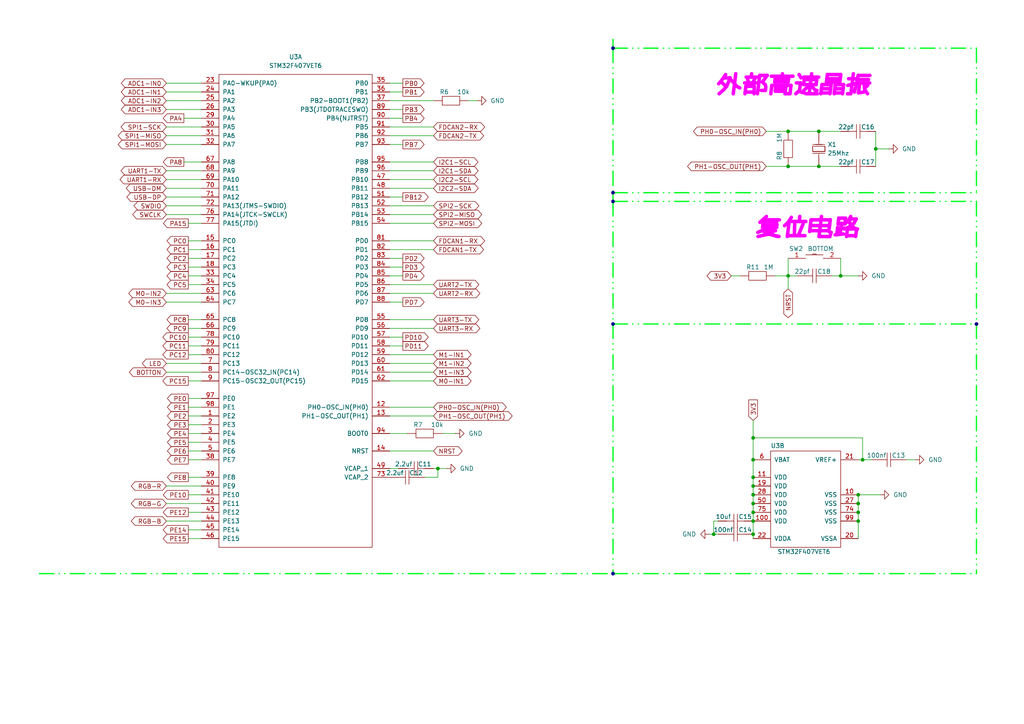
<source format=kicad_sch>
(kicad_sch (version 20231120) (generator "eeschema") (generator_version "8.0")
  (paper "A4")
  (title_block (title "STM32F407VET6") (date "2025-01-24") (rev "Dennis_Re_Yoonjiho"))
  (lib_symbols
    (symbol "Ts_Foc_Vo符号库:BOTTOM" (pin_names (offset 1.016) hide)
      (property "Reference" "SW" (at -7.112 3.048 0))
      (property "Value" "BOTTOM" (at 2.794 3.048 0))
      (symbol "BOTTOM_1_1"
        (polyline (pts (xy -2.54 1.016) (xy 2.54 1.016)) (stroke (width 0.1524)))
        (polyline (pts (xy -0.508 1.016) (xy -0.508 1.27) (xy 0.508 1.27) (xy 0.508 1.016)) (stroke (width 0.1524)))
        (pin input line (at -7.62 0 0) (length 5.08) (name "1") (number "1"))
        (pin input line (at 7.62 0 180) (length 5.08) (name "2") (number "2"))
      )
    )
    (symbol "Ts_Foc_Vo符号库:CAP" (pin_numbers hide) (pin_names (offset 1.016) hide)
      (property "Reference" "C" (at -2.286 1.524 0))
      (property "Value" "Value" (at 3.81 1.524 0))
      (symbol "CAP_1_1"
        (polyline (pts (xy -0.508 -2.032) (xy -0.508 2.032)) (stroke (width 0.1524)))
        (polyline (pts (xy -0.508 0) (xy -2.54 0)) (stroke (width 0.1524)))
        (polyline (pts (xy 0.508 2.032) (xy 0.508 -2.032)) (stroke (width 0.1524)))
        (polyline (pts (xy 2.54 0) (xy 0.508 0)) (stroke (width 0.1524)))
        (pin input line (at -5.08 0 0) (length 2.54) (name "1") (number "1"))
        (pin input line (at 5.08 0 180) (length 2.54) (name "2") (number "2"))
      )
    )
    (symbol "Ts_Foc_Vo符号库:RES" (pin_numbers hide) (pin_names (offset 1.016) hide)
      (property "Reference" "R" (at -2.286 2.032 0))
      (property "Value" "Value" (at 2.286 2.032 0))
      (symbol "RES_1_1"
        (rectangle (start -2.54 1.27) (end 2.54 -1.27) (stroke (width 0.1524)))
        (pin input line (at -5.08 0 0) (length 2.54) (name "1") (number "1"))
        (pin input line (at 5.08 0 180) (length 2.54) (name "2") (number "2"))
      )
    )
    (symbol "Ts_Foc_Vo符号库:STM32F407VET6" (pin_names (offset 1.016))
      (property "Reference" "U" (at -16.764 69.85 0))
      (property "Value" "STM32F407VET6" (at 3.556 70.104 0))
      (symbol "STM32F407VET6_1_1"
        (rectangle (start -17.78 68.58) (end 26.67 -68.58) (stroke (width 0.1524)))
        (pin bidirectional line (at -22.86 -30.48 0) (length 5.08) (name "PE2") (number "1"))
        (pin bidirectional line (at 31.75 -27.94 180) (length 5.08) (name "PH0-OSC_IN(PH0)") (number "12"))
        (pin bidirectional line (at 31.75 -30.48 180) (length 5.08) (name "PH1-OSC_OUT(PH1)") (number "13"))
        (pin bidirectional line (at 31.75 -40.64 180) (length 5.08) (name "NRST") (number "14"))
        (pin bidirectional line (at -22.86 20.32 0) (length 5.08) (name "PC0") (number "15"))
        (pin bidirectional line (at -22.86 17.78 0) (length 5.08) (name "PC1") (number "16"))
        (pin bidirectional line (at -22.86 15.24 0) (length 5.08) (name "PC2") (number "17"))
        (pin bidirectional line (at -22.86 12.7 0) (length 5.08) (name "PC3") (number "18"))
        (pin bidirectional line (at -22.86 -33.02 0) (length 5.08) (name "PE3") (number "2"))
        (pin bidirectional line (at -22.86 66.04 0) (length 5.08) (name "PA0-WKUP(PA0)") (number "23"))
        (pin bidirectional line (at -22.86 63.5 0) (length 5.08) (name "PA1") (number "24"))
        (pin bidirectional line (at -22.86 60.96 0) (length 5.08) (name "PA2") (number "25"))
        (pin bidirectional line (at -22.86 58.42 0) (length 5.08) (name "PA3") (number "26"))
        (pin bidirectional line (at -22.86 55.88 0) (length 5.08) (name "PA4") (number "29"))
        (pin bidirectional line (at -22.86 -35.56 0) (length 5.08) (name "PE4") (number "3"))
        (pin bidirectional line (at -22.86 53.34 0) (length 5.08) (name "PA5") (number "30"))
        (pin bidirectional line (at -22.86 50.8 0) (length 5.08) (name "PA6") (number "31"))
        (pin bidirectional line (at -22.86 48.26 0) (length 5.08) (name "PA7") (number "32"))
        (pin bidirectional line (at -22.86 10.16 0) (length 5.08) (name "PC4") (number "33"))
        (pin bidirectional line (at -22.86 7.62 0) (length 5.08) (name "PC5") (number "34"))
        (pin bidirectional line (at 31.75 66.04 180) (length 5.08) (name "PB0") (number "35"))
        (pin bidirectional line (at 31.75 63.5 180) (length 5.08) (name "PB1") (number "36"))
        (pin bidirectional line (at 31.75 60.96 180) (length 5.08) (name "PB2-BOOT1(PB2)") (number "37"))
        (pin bidirectional line (at -22.86 -43.18 0) (length 5.08) (name "PE7") (number "38"))
        (pin bidirectional line (at -22.86 -48.26 0) (length 5.08) (name "PE8") (number "39"))
        (pin bidirectional line (at -22.86 -38.1 0) (length 5.08) (name "PE5") (number "4"))
        (pin bidirectional line (at -22.86 -50.8 0) (length 5.08) (name "PE9") (number "40"))
        (pin bidirectional line (at -22.86 -53.34 0) (length 5.08) (name "PE10") (number "41"))
        (pin bidirectional line (at -22.86 -55.88 0) (length 5.08) (name "PE11") (number "42"))
        (pin bidirectional line (at -22.86 -58.42 0) (length 5.08) (name "PE12") (number "43"))
        (pin bidirectional line (at -22.86 -60.96 0) (length 5.08) (name "PE13") (number "44"))
        (pin bidirectional line (at -22.86 -63.5 0) (length 5.08) (name "PE14") (number "45"))
        (pin bidirectional line (at -22.86 -66.04 0) (length 5.08) (name "PE15") (number "46"))
        (pin bidirectional line (at 31.75 38.1 180) (length 5.08) (name "PB10") (number "47"))
        (pin bidirectional line (at 31.75 35.56 180) (length 5.08) (name "PB11") (number "48"))
        (pin power_in line (at 31.75 -45.72 180) (length 5.08) (name "VCAP_1") (number "49"))
        (pin bidirectional line (at -22.86 -40.64 0) (length 5.08) (name "PE6") (number "5"))
        (pin bidirectional line (at 31.75 33.02 180) (length 5.08) (name "PB12") (number "51"))
        (pin bidirectional line (at 31.75 30.48 180) (length 5.08) (name "PB13") (number "52"))
        (pin bidirectional line (at 31.75 27.94 180) (length 5.08) (name "PB14") (number "53"))
        (pin bidirectional line (at 31.75 25.4 180) (length 5.08) (name "PB15") (number "54"))
        (pin bidirectional line (at 31.75 -2.54 180) (length 5.08) (name "PD8") (number "55"))
        (pin bidirectional line (at 31.75 -5.08 180) (length 5.08) (name "PD9") (number "56"))
        (pin bidirectional line (at 31.75 -7.62 180) (length 5.08) (name "PD10") (number "57"))
        (pin bidirectional line (at 31.75 -10.16 180) (length 5.08) (name "PD11") (number "58"))
        (pin bidirectional line (at 31.75 -12.7 180) (length 5.08) (name "PD12") (number "59"))
        (pin bidirectional line (at 31.75 -15.24 180) (length 5.08) (name "PD13") (number "60"))
        (pin bidirectional line (at 31.75 -17.78 180) (length 5.08) (name "PD14") (number "61"))
        (pin bidirectional line (at 31.75 -20.32 180) (length 5.08) (name "PD15") (number "62"))
        (pin bidirectional line (at -22.86 5.08 0) (length 5.08) (name "PC6") (number "63"))
        (pin bidirectional line (at -22.86 2.54 0) (length 5.08) (name "PC7") (number "64"))
        (pin bidirectional line (at -22.86 -2.54 0) (length 5.08) (name "PC8") (number "65"))
        (pin bidirectional line (at -22.86 -5.08 0) (length 5.08) (name "PC9") (number "66"))
        (pin bidirectional line (at -22.86 43.18 0) (length 5.08) (name "PA8") (number "67"))
        (pin bidirectional line (at -22.86 40.64 0) (length 5.08) (name "PA9") (number "68"))
        (pin bidirectional line (at -22.86 38.1 0) (length 5.08) (name "PA10") (number "69"))
        (pin bidirectional line (at -22.86 -15.24 0) (length 5.08) (name "PC13") (number "7"))
        (pin bidirectional line (at -22.86 35.56 0) (length 5.08) (name "PA11") (number "70"))
        (pin bidirectional line (at -22.86 33.02 0) (length 5.08) (name "PA12") (number "71"))
        (pin bidirectional line (at -22.86 30.48 0) (length 5.08) (name "PA13(JTMS-SWDIO)") (number "72"))
        (pin power_in line (at 31.75 -48.26 180) (length 5.08) (name "VCAP_2") (number "73"))
        (pin bidirectional line (at -22.86 27.94 0) (length 5.08) (name "PA14(JTCK-SWCLK)") (number "76"))
        (pin bidirectional line (at -22.86 25.4 0) (length 5.08) (name "PA15(JTDI)") (number "77"))
        (pin bidirectional line (at -22.86 -7.62 0) (length 5.08) (name "PC10") (number "78"))
        (pin bidirectional line (at -22.86 -10.16 0) (length 5.08) (name "PC11") (number "79"))
        (pin bidirectional line (at -22.86 -17.78 0) (length 5.08) (name "PC14-OSC32_IN(PC14)") (number "8"))
        (pin bidirectional line (at -22.86 -12.7 0) (length 5.08) (name "PC12") (number "80"))
        (pin bidirectional line (at 31.75 20.32 180) (length 5.08) (name "PD0") (number "81"))
        (pin bidirectional line (at 31.75 17.78 180) (length 5.08) (name "PD1") (number "82"))
        (pin bidirectional line (at 31.75 15.24 180) (length 5.08) (name "PD2") (number "83"))
        (pin bidirectional line (at 31.75 12.7 180) (length 5.08) (name "PD3") (number "84"))
        (pin bidirectional line (at 31.75 10.16 180) (length 5.08) (name "PD4") (number "85"))
        (pin bidirectional line (at 31.75 7.62 180) (length 5.08) (name "PD5") (number "86"))
        (pin bidirectional line (at 31.75 5.08 180) (length 5.08) (name "PD6") (number "87"))
        (pin bidirectional line (at 31.75 2.54 180) (length 5.08) (name "PD7") (number "88"))
        (pin bidirectional line (at 31.75 58.42 180) (length 5.08) (name "PB3(JTDOTRACESWO)") (number "89"))
        (pin bidirectional line (at -22.86 -20.32 0) (length 5.08) (name "PC15-OSC32_OUT(PC15)") (number "9"))
        (pin bidirectional line (at 31.75 55.88 180) (length 5.08) (name "PB4(NJTRST)") (number "90"))
        (pin bidirectional line (at 31.75 53.34 180) (length 5.08) (name "PB5") (number "91"))
        (pin bidirectional line (at 31.75 50.8 180) (length 5.08) (name "PB6") (number "92"))
        (pin bidirectional line (at 31.75 48.26 180) (length 5.08) (name "PB7") (number "93"))
        (pin input line (at 31.75 -35.56 180) (length 5.08) (name "BOOT0") (number "94"))
        (pin bidirectional line (at 31.75 43.18 180) (length 5.08) (name "PB8") (number "95"))
        (pin bidirectional line (at 31.75 40.64 180) (length 5.08) (name "PB9") (number "96"))
        (pin bidirectional line (at -22.86 -25.4 0) (length 5.08) (name "PE0") (number "97"))
        (pin bidirectional line (at -22.86 -27.94 0) (length 5.08) (name "PE1") (number "98"))
      )
      (symbol "STM32F407VET6_2_1"
        (rectangle (start -10.16 13.97) (end 10.16 -13.97) (stroke (width 0.1524)))
        (pin power_in line (at 15.24 1.27 180) (length 5.08) (name "VSS") (number "10"))
        (pin power_in line (at -15.24 -6.35 0) (length 5.08) (name "VDD") (number "100"))
        (pin power_in line (at -15.24 6.35 0) (length 5.08) (name "VDD") (number "11"))
        (pin power_in line (at -15.24 3.81 0) (length 5.08) (name "VDD") (number "19"))
        (pin power_in line (at 15.24 -11.43 180) (length 5.08) (name "VSSA") (number "20"))
        (pin power_in line (at 15.24 11.43 180) (length 5.08) (name "VREF+") (number "21"))
        (pin power_in line (at -15.24 -11.43 0) (length 5.08) (name "VDDA") (number "22"))
        (pin power_in line (at 15.24 -1.27 180) (length 5.08) (name "VSS") (number "27"))
        (pin power_in line (at -15.24 1.27 0) (length 5.08) (name "VDD") (number "28"))
        (pin power_in line (at -15.24 -1.27 0) (length 5.08) (name "VDD") (number "50"))
        (pin power_in line (at -15.24 11.43 0) (length 5.08) (name "VBAT") (number "6"))
        (pin power_in line (at 15.24 -3.81 180) (length 5.08) (name "VSS") (number "74"))
        (pin power_in line (at -15.24 -3.81 0) (length 5.08) (name "VDD") (number "75"))
        (pin power_in line (at 15.24 -6.35 180) (length 5.08) (name "VSS") (number "99"))
      )
    )
    (symbol "Ts_Foc_Vo符号库:XTAL" (pin_numbers hide) (pin_names (offset 1.016) hide)
      (property "Reference" "X" (at -3.048 2.032 0))
      (property "Value" "XTAL" (at 4.318 1.778 0))
      (symbol "XTAL_1_1"
        (polyline (pts (xy -2.54 0) (xy -1.524 0)) (stroke (width 0.1524)))
        (polyline (pts (xy -1.27 -1.778) (xy -1.27 1.778)) (stroke (width 0.1524)))
        (polyline (pts (xy -1.27 -1.016) (xy -1.27 1.016)) (stroke (width 0.1524)))
        (polyline (pts (xy 0.762 -1.778) (xy -0.762 -1.778)) (stroke (width 0.1524)))
        (polyline (pts (xy 1.27 -1.778) (xy 1.27 1.778)) (stroke (width 0.1524)))
        (polyline (pts (xy 1.27 -1.016) (xy 1.27 1.016)) (stroke (width 0.1524)))
        (polyline (pts (xy 2.54 0) (xy 1.524 0)) (stroke (width 0.1524)))
        (polyline (pts (xy -0.762 -1.778) (xy -0.762 1.778) (xy 0.762 1.778) (xy 0.762 -1.778)) (stroke (width 0.1524)))
        (polyline (pts (xy 0.762 1.778) (xy 0.762 -1.778) (xy -0.762 -1.778) (xy -0.762 1.778) (xy 0.762 1.778)) (stroke (width 0.1524)))
        (pin input line (at -5.08 0 0) (length 2.54) (name "OSC1") (number "1"))
        (pin input line (at 5.08 0 180) (length 2.54) (name "OSC2") (number "2"))
      )
    )
    (symbol "power:GND" (power) (pin_numbers hide) (pin_names (offset 0) hide)
      (property "Value" "GND" (at 0 -3.81 0))
      (symbol "GND_0_1"
        (polyline (pts (xy 0 0) (xy 0 -1.27) (xy 1.27 -1.27) (xy 0 -2.54) (xy -1.27 -1.27) (xy 0 -1.27)))
      )
      (symbol "GND_1_1"
        (pin power_in line (at 0 0 270) (length 0) (name "~") (number "1"))
      )
    )
  )
  (junction (at 248.92 143.51))
  (junction (at 243.84 80.01))
  (junction (at 177.8 93.98))
  (junction (at 248.92 151.13))
  (junction (at 218.44 127))
  (junction (at 218.44 138.43))
  (junction (at 218.44 151.13))
  (junction (at 177.8 58.42))
  (junction (at 218.44 146.05))
  (junction (at 228.6 48.26))
  (junction (at 177.8 166.37))
  (junction (at 127 135.89))
  (junction (at 248.92 146.05))
  (junction (at 228.6 38.1))
  (junction (at 228.6 80.01))
  (junction (at 237.49 38.1))
  (junction (at 248.92 148.59))
  (junction (at 177.8 13.97))
  (junction (at 254 43.18))
  (junction (at 218.44 143.51))
  (junction (at 207.01 154.94))
  (junction (at 218.44 140.97))
  (junction (at 237.49 48.26))
  (junction (at 177.8 55.88))
  (junction (at 218.44 133.35))
  (junction (at 218.44 154.94))
  (junction (at 250.19 133.35))
  (junction (at 218.44 148.59))
  (junction (at 283.21 93.98))
  (wire (pts (xy 48.26 31.75) (xy 58.42 31.75)))
  (wire (pts (xy 54.61 153.67) (xy 58.42 153.67)))
  (wire (pts (xy 54.61 115.57) (xy 58.42 115.57)))
  (wire (pts (xy 218.44 121.92) (xy 218.44 127)))
  (bus (pts (xy 177.8 13.97) (xy 177.8 55.88)) (stroke (width 0.381) (type dash_dot_dot) (color 0 255 30 1)))
  (wire (pts (xy 218.44 154.94) (xy 218.44 156.21)))
  (wire (pts (xy 48.26 59.69) (xy 58.42 59.69)))
  (wire (pts (xy 212.09 80.01) (xy 214.63 80.01)))
  (wire (pts (xy 205.74 154.94) (xy 207.01 154.94)))
  (wire (pts (xy 125.73 36.83) (xy 113.03 36.83)))
  (wire (pts (xy 113.03 120.65) (xy 125.73 120.65)))
  (wire (pts (xy 237.49 48.26) (xy 243.84 48.26)))
  (wire (pts (xy 54.61 143.51) (xy 58.42 143.51)))
  (wire (pts (xy 250.19 127) (xy 218.44 127)))
  (wire (pts (xy 116.84 31.75) (xy 113.03 31.75)))
  (wire (pts (xy 54.61 156.21) (xy 58.42 156.21)))
  (wire (pts (xy 53.34 34.29) (xy 58.42 34.29)))
  (wire (pts (xy 113.03 59.69) (xy 125.73 59.69)))
  (wire (pts (xy 54.61 125.73) (xy 58.42 125.73)))
  (wire (pts (xy 113.03 29.21) (xy 125.73 29.21)))
  (wire (pts (xy 125.73 39.37) (xy 113.03 39.37)))
  (wire (pts (xy 54.61 82.55) (xy 58.42 82.55)))
  (wire (pts (xy 54.61 77.47) (xy 58.42 77.47)))
  (wire (pts (xy 228.6 83.82) (xy 228.6 80.01)))
  (wire (pts (xy 113.03 102.87) (xy 125.73 102.87)))
  (wire (pts (xy 127 135.89) (xy 125.73 135.89)))
  (bus (pts (xy 177.8 58.42) (xy 177.8 93.98)) (stroke (width 0.381) (type dash_dot_dot) (color 0 255 30 1)))
  (bus (pts (xy 177.8 55.88) (xy 177.8 58.42)) (stroke (width 0.381) (type dash_dot_dot) (color 0 255 30 1)))
  (wire (pts (xy 48.26 54.61) (xy 58.42 54.61)))
  (wire (pts (xy 113.03 72.39) (xy 125.73 72.39)))
  (wire (pts (xy 113.03 107.95) (xy 125.73 107.95)))
  (wire (pts (xy 237.49 38.1) (xy 243.84 38.1)))
  (wire (pts (xy 116.84 87.63) (xy 113.03 87.63)))
  (wire (pts (xy 113.03 105.41) (xy 125.73 105.41)))
  (wire (pts (xy 48.26 87.63) (xy 58.42 87.63)))
  (wire (pts (xy 115.57 135.89) (xy 113.03 135.89)))
  (wire (pts (xy 113.03 62.23) (xy 125.73 62.23)))
  (wire (pts (xy 48.26 49.53) (xy 58.42 49.53)))
  (wire (pts (xy 54.61 72.39) (xy 58.42 72.39)))
  (wire (pts (xy 54.61 120.65) (xy 58.42 120.65)))
  (wire (pts (xy 228.6 38.1) (xy 237.49 38.1)))
  (bus (pts (xy 283.21 93.98) (xy 283.21 166.37)) (stroke (width 0.381) (type dash_dot_dot) (color 0 255 30 1)))
  (wire (pts (xy 222.25 38.1) (xy 228.6 38.1)))
  (wire (pts (xy 218.44 143.51) (xy 218.44 146.05)))
  (wire (pts (xy 113.03 69.85) (xy 125.73 69.85)))
  (wire (pts (xy 116.84 24.13) (xy 113.03 24.13)))
  (wire (pts (xy 125.73 46.99) (xy 113.03 46.99)))
  (bus (pts (xy 177.8 166.37) (xy 283.21 166.37)) (stroke (width 0.381) (type dash_dot_dot) (color 0 255 30 1)))
  (wire (pts (xy 129.54 135.89) (xy 127 135.89)))
  (wire (pts (xy 48.26 146.05) (xy 58.42 146.05)))
  (wire (pts (xy 116.84 77.47) (xy 113.03 77.47)))
  (wire (pts (xy 207.01 151.13) (xy 207.01 154.94)))
  (wire (pts (xy 48.26 105.41) (xy 58.42 105.41)))
  (wire (pts (xy 54.61 74.93) (xy 58.42 74.93)))
  (wire (pts (xy 224.79 80.01) (xy 228.6 80.01)))
  (wire (pts (xy 54.61 95.25) (xy 58.42 95.25)))
  (wire (pts (xy 54.61 80.01) (xy 58.42 80.01)))
  (wire (pts (xy 207.01 154.94) (xy 208.28 154.94)))
  (wire (pts (xy 54.61 102.87) (xy 58.42 102.87)))
  (wire (pts (xy 254 43.18) (xy 254 48.26)))
  (wire (pts (xy 228.6 74.93) (xy 228.6 80.01)))
  (wire (pts (xy 48.26 140.97) (xy 58.42 140.97)))
  (wire (pts (xy 218.44 148.59) (xy 218.44 151.13)))
  (wire (pts (xy 248.92 146.05) (xy 248.92 148.59)))
  (wire (pts (xy 218.44 140.97) (xy 218.44 143.51)))
  (wire (pts (xy 248.92 148.59) (xy 248.92 151.13)))
  (wire (pts (xy 113.03 92.71) (xy 125.73 92.71)))
  (wire (pts (xy 113.03 118.11) (xy 125.73 118.11)))
  (wire (pts (xy 54.61 100.33) (xy 58.42 100.33)))
  (wire (pts (xy 113.03 85.09) (xy 125.73 85.09)))
  (wire (pts (xy 54.61 64.77) (xy 58.42 64.77)))
  (wire (pts (xy 257.81 43.18) (xy 254 43.18)))
  (wire (pts (xy 48.26 85.09) (xy 58.42 85.09)))
  (wire (pts (xy 48.26 41.91) (xy 58.42 41.91)))
  (wire (pts (xy 218.44 146.05) (xy 218.44 148.59)))
  (wire (pts (xy 48.26 39.37) (xy 58.42 39.37)))
  (wire (pts (xy 48.26 151.13) (xy 58.42 151.13)))
  (wire (pts (xy 127 138.43) (xy 127 135.89)))
  (wire (pts (xy 208.28 151.13) (xy 207.01 151.13)))
  (bus (pts (xy 177.8 93.98) (xy 283.21 93.98)) (stroke (width 0.381) (type dash_dot_dot) (color 0 255 30 1)))
  (wire (pts (xy 218.44 151.13) (xy 218.44 154.94)))
  (wire (pts (xy 113.03 130.81) (xy 125.73 130.81)))
  (wire (pts (xy 218.44 127) (xy 218.44 133.35)))
  (wire (pts (xy 54.61 97.79) (xy 58.42 97.79)))
  (wire (pts (xy 113.03 95.25) (xy 125.73 95.25)))
  (wire (pts (xy 116.84 74.93) (xy 113.03 74.93)))
  (wire (pts (xy 116.84 100.33) (xy 113.03 100.33)))
  (wire (pts (xy 123.19 138.43) (xy 127 138.43)))
  (wire (pts (xy 116.84 26.67) (xy 113.03 26.67)))
  (wire (pts (xy 54.61 133.35) (xy 58.42 133.35)))
  (wire (pts (xy 48.26 107.95) (xy 58.42 107.95)))
  (wire (pts (xy 54.61 148.59) (xy 58.42 148.59)))
  (wire (pts (xy 222.25 48.26) (xy 228.6 48.26)))
  (wire (pts (xy 241.3 80.01) (xy 243.84 80.01)))
  (wire (pts (xy 54.61 130.81) (xy 58.42 130.81)))
  (wire (pts (xy 116.84 57.15) (xy 113.03 57.15)))
  (wire (pts (xy 116.84 34.29) (xy 113.03 34.29)))
  (bus (pts (xy 283.21 58.42) (xy 283.21 93.98)) (stroke (width 0.381) (type dash_dot_dot) (color 0 255 30 1)))
  (wire (pts (xy 113.03 54.61) (xy 125.73 54.61)))
  (wire (pts (xy 54.61 110.49) (xy 58.42 110.49)))
  (wire (pts (xy 113.03 49.53) (xy 125.73 49.53)))
  (wire (pts (xy 54.61 118.11) (xy 58.42 118.11)))
  (wire (pts (xy 243.84 80.01) (xy 248.92 80.01)))
  (wire (pts (xy 248.92 143.51) (xy 248.92 146.05)))
  (wire (pts (xy 250.19 133.35) (xy 248.92 133.35)))
  (wire (pts (xy 228.6 80.01) (xy 231.14 80.01)))
  (wire (pts (xy 48.26 57.15) (xy 58.42 57.15)))
  (wire (pts (xy 118.11 125.73) (xy 113.03 125.73)))
  (wire (pts (xy 254 38.1) (xy 254 43.18)))
  (wire (pts (xy 54.61 92.71) (xy 58.42 92.71)))
  (wire (pts (xy 138.43 29.21) (xy 135.89 29.21)))
  (wire (pts (xy 243.84 74.93) (xy 243.84 80.01)))
  (wire (pts (xy 248.92 151.13) (xy 248.92 156.21)))
  (bus (pts (xy 177.8 93.98) (xy 177.8 166.37)) (stroke (width 0.381) (type dash_dot_dot) (color 0 255 30 1)))
  (wire (pts (xy 48.26 26.67) (xy 58.42 26.67)))
  (wire (pts (xy 116.84 41.91) (xy 113.03 41.91)))
  (wire (pts (xy 48.26 52.07) (xy 58.42 52.07)))
  (wire (pts (xy 54.61 128.27) (xy 58.42 128.27)))
  (wire (pts (xy 113.03 64.77) (xy 125.73 64.77)))
  (bus (pts (xy 177.8 58.42) (xy 283.21 58.42)) (stroke (width 0.381) (type dash_dot_dot) (color 0 255 30 1)))
  (wire (pts (xy 54.61 123.19) (xy 58.42 123.19)))
  (bus (pts (xy 177.8 55.88) (xy 283.21 55.88)) (stroke (width 0.381) (type dash_dot_dot) (color 0 255 30 1)))
  (wire (pts (xy 113.03 52.07) (xy 125.73 52.07)))
  (wire (pts (xy 132.08 125.73) (xy 128.27 125.73)))
  (wire (pts (xy 255.27 143.51) (xy 248.92 143.51)))
  (wire (pts (xy 113.03 110.49) (xy 125.73 110.49)))
  (wire (pts (xy 116.84 97.79) (xy 113.03 97.79)))
  (wire (pts (xy 48.26 29.21) (xy 58.42 29.21)))
  (wire (pts (xy 53.34 46.99) (xy 58.42 46.99)))
  (wire (pts (xy 48.26 24.13) (xy 58.42 24.13)))
  (wire (pts (xy 48.26 62.23) (xy 58.42 62.23)))
  (wire (pts (xy 218.44 133.35) (xy 218.44 138.43)))
  (bus (pts (xy 283.21 13.97) (xy 283.21 55.88)) (stroke (width 0.381) (type dash_dot_dot) (color 0 255 30 1)))
  (wire (pts (xy 265.43 133.35) (xy 262.89 133.35)))
  (bus (pts (xy 177.8 13.97) (xy 283.21 13.97)) (stroke (width 0.381) (type dash_dot_dot) (color 0 255 30 1)))
  (wire (pts (xy 252.73 133.35) (xy 250.19 133.35)))
  (wire (pts (xy 250.19 133.35) (xy 250.19 127)))
  (bus (pts (xy 11.43 166.37) (xy 177.8 166.37)) (stroke (width 0.381) (type dash_dot_dot) (color 0 255 30 1)))
  (bus (pts (xy 177.8 11.43) (xy 177.8 13.97)) (stroke (width 0.381) (type dash_dot_dot) (color 0 255 30 1)))
  (wire (pts (xy 116.84 80.01) (xy 113.03 80.01)))
  (wire (pts (xy 228.6 48.26) (xy 237.49 48.26)))
  (wire (pts (xy 48.26 36.83) (xy 58.42 36.83)))
  (wire (pts (xy 54.61 69.85) (xy 58.42 69.85)))
  (wire (pts (xy 54.61 138.43) (xy 58.42 138.43)))
  (wire (pts (xy 113.03 82.55) (xy 125.73 82.55)))
  (wire (pts (xy 218.44 138.43) (xy 218.44 140.97)))
  (text "外部高速晶振\n" (exclude_from_sim yes) (at 230.124 25.146 0) (effects (font (size 5.08 5.08) (thickness 1.016) (bold yes) (italic yes))))
  (text "复位电路\n" (exclude_from_sim yes) (at 234.188 66.548 0) (effects (font (size 5.08 5.08) (thickness 1.016) (bold yes) (italic yes))))
  (global_label "PC3" (shape output) (at 54.61 77.47 180) (property "Intersheetrefs" "${INTERSHEET_REFS}" (effects (hide yes))))
  (global_label "FDCAN1-RX" (shape bidirectional) (at 125.73 69.85 0) (property "Intersheetrefs" "${INTERSHEET_REFS}" (effects (hide yes))))
  (global_label "PA8" (shape output) (at 53.34 46.99 180) (property "Intersheetrefs" "${INTERSHEET_REFS}" (effects (hide yes))))
  (global_label "PC10" (shape output) (at 54.61 97.79 180) (property "Intersheetrefs" "${INTERSHEET_REFS}" (effects (hide yes))))
  (global_label "FDCAN2-TX" (shape bidirectional) (at 125.73 39.37 0) (property "Intersheetrefs" "${INTERSHEET_REFS}" (effects (hide yes))))
  (global_label "M0-IN2" (shape bidirectional) (at 48.26 85.09 180) (property "Intersheetrefs" "${INTERSHEET_REFS}" (effects (hide yes))))
  (global_label "M1-IN2" (shape bidirectional) (at 125.73 105.41 0) (property "Intersheetrefs" "${INTERSHEET_REFS}" (effects (hide yes))))
  (global_label "ADC1-IN0" (shape bidirectional) (at 48.26 24.13 180) (property "Intersheetrefs" "${INTERSHEET_REFS}" (effects (hide yes))))
  (global_label "PH1-OSC_OUT(PH1)" (shape bidirectional) (at 222.25 48.26 180) (property "Intersheetrefs" "${INTERSHEET_REFS}" (effects (hide yes))))
  (global_label "UART1-RX" (shape bidirectional) (at 48.26 52.07 180) (property "Intersheetrefs" "${INTERSHEET_REFS}" (effects (hide yes))))
  (global_label "SPI1-MISO" (shape bidirectional) (at 48.26 39.37 180) (property "Intersheetrefs" "${INTERSHEET_REFS}" (effects (hide yes))))
  (global_label "I2C2-SCL" (shape bidirectional) (at 125.73 52.07 0) (property "Intersheetrefs" "${INTERSHEET_REFS}" (effects (hide yes))))
  (global_label "I2C1-SCL" (shape bidirectional) (at 125.73 46.99 0) (property "Intersheetrefs" "${INTERSHEET_REFS}" (effects (hide yes))))
  (global_label "SPI1-MOSI" (shape bidirectional) (at 48.26 41.91 180) (property "Intersheetrefs" "${INTERSHEET_REFS}" (effects (hide yes))))
  (global_label "PB3" (shape output) (at 116.84 31.75 0) (property "Intersheetrefs" "${INTERSHEET_REFS}" (effects (hide yes))))
  (global_label "SPI2-MOSI" (shape bidirectional) (at 125.73 64.77 0) (property "Intersheetrefs" "${INTERSHEET_REFS}" (effects (hide yes))))
  (global_label "M1-IN3" (shape bidirectional) (at 125.73 107.95 0) (property "Intersheetrefs" "${INTERSHEET_REFS}" (effects (hide yes))))
  (global_label "PC8" (shape output) (at 54.61 92.71 180) (property "Intersheetrefs" "${INTERSHEET_REFS}" (effects (hide yes))))
  (global_label "PC12" (shape output) (at 54.61 102.87 180) (property "Intersheetrefs" "${INTERSHEET_REFS}" (effects (hide yes))))
  (global_label "PH0-OSC_IN(PH0)" (shape bidirectional) (at 222.25 38.1 180) (property "Intersheetrefs" "${INTERSHEET_REFS}" (effects (hide yes))))
  (global_label "M1-IN1" (shape bidirectional) (at 125.73 102.87 0) (property "Intersheetrefs" "${INTERSHEET_REFS}" (effects (hide yes))))
  (global_label "PD11" (shape output) (at 116.84 100.33 0) (property "Intersheetrefs" "${INTERSHEET_REFS}" (effects (hide yes))))
  (global_label "PB1" (shape output) (at 116.84 26.67 0) (property "Intersheetrefs" "${INTERSHEET_REFS}" (effects (hide yes))))
  (global_label "PC11" (shape output) (at 54.61 100.33 180) (property "Intersheetrefs" "${INTERSHEET_REFS}" (effects (hide yes))))
  (global_label "I2C1-SDA" (shape bidirectional) (at 125.73 49.53 0) (property "Intersheetrefs" "${INTERSHEET_REFS}" (effects (hide yes))))
  (global_label "I2C2-SDA" (shape bidirectional) (at 125.73 54.61 0) (property "Intersheetrefs" "${INTERSHEET_REFS}" (effects (hide yes))))
  (global_label "PB12" (shape output) (at 116.84 57.15 0) (property "Intersheetrefs" "${INTERSHEET_REFS}" (effects (hide yes))))
  (global_label "PE15" (shape output) (at 54.61 156.21 180) (property "Intersheetrefs" "${INTERSHEET_REFS}" (effects (hide yes))))
  (global_label "SPI1-SCK" (shape bidirectional) (at 48.26 36.83 180) (property "Intersheetrefs" "${INTERSHEET_REFS}" (effects (hide yes))))
  (global_label "PE3" (shape output) (at 54.61 123.19 180) (property "Intersheetrefs" "${INTERSHEET_REFS}" (effects (hide yes))))
  (global_label "USB-DP" (shape bidirectional) (at 48.26 57.15 180) (property "Intersheetrefs" "${INTERSHEET_REFS}" (effects (hide yes))))
  (global_label "PE5" (shape output) (at 54.61 128.27 180) (property "Intersheetrefs" "${INTERSHEET_REFS}" (effects (hide yes))))
  (global_label "PC2" (shape output) (at 54.61 74.93 180) (property "Intersheetrefs" "${INTERSHEET_REFS}" (effects (hide yes))))
  (global_label "PB4" (shape output) (at 116.84 34.29 0) (property "Intersheetrefs" "${INTERSHEET_REFS}" (effects (hide yes))))
  (global_label "PE6" (shape output) (at 54.61 130.81 180) (property "Intersheetrefs" "${INTERSHEET_REFS}" (effects (hide yes))))
  (global_label "SWCLK" (shape bidirectional) (at 48.26 62.23 180) (property "Intersheetrefs" "${INTERSHEET_REFS}" (effects (hide yes))))
  (global_label "UART2-RX" (shape bidirectional) (at 125.73 85.09 0) (property "Intersheetrefs" "${INTERSHEET_REFS}" (effects (hide yes))))
  (global_label "PD3" (shape output) (at 116.84 77.47 0) (property "Intersheetrefs" "${INTERSHEET_REFS}" (effects (hide yes))))
  (global_label "PE8" (shape output) (at 54.61 138.43 180) (property "Intersheetrefs" "${INTERSHEET_REFS}" (effects (hide yes))))
  (global_label "M0-IN3" (shape bidirectional) (at 48.26 87.63 180) (property "Intersheetrefs" "${INTERSHEET_REFS}" (effects (hide yes))))
  (global_label "PA15" (shape output) (at 54.61 64.77 180) (property "Intersheetrefs" "${INTERSHEET_REFS}" (effects (hide yes))))
  (global_label "UART1-TX" (shape bidirectional) (at 48.26 49.53 180) (property "Intersheetrefs" "${INTERSHEET_REFS}" (effects (hide yes))))
  (global_label "ADC1-IN2" (shape bidirectional) (at 48.26 29.21 180) (property "Intersheetrefs" "${INTERSHEET_REFS}" (effects (hide yes))))
  (global_label "PC15" (shape output) (at 54.61 110.49 180) (property "Intersheetrefs" "${INTERSHEET_REFS}" (effects (hide yes))))
  (global_label "PD7" (shape output) (at 116.84 87.63 0) (property "Intersheetrefs" "${INTERSHEET_REFS}" (effects (hide yes))))
  (global_label "FDCAN2-RX" (shape bidirectional) (at 125.73 36.83 0) (property "Intersheetrefs" "${INTERSHEET_REFS}" (effects (hide yes))))
  (global_label "M0-IN1" (shape bidirectional) (at 125.73 110.49 0) (property "Intersheetrefs" "${INTERSHEET_REFS}" (effects (hide yes))))
  (global_label "PA4" (shape output) (at 53.34 34.29 180) (property "Intersheetrefs" "${INTERSHEET_REFS}" (effects (hide yes))))
  (global_label "PC5" (shape output) (at 54.61 82.55 180) (property "Intersheetrefs" "${INTERSHEET_REFS}" (effects (hide yes))))
  (global_label "3V3" (shape input) (at 218.44 121.92 90) (property "Intersheetrefs" "${INTERSHEET_REFS}" (effects (hide yes))))
  (global_label "USB-DM" (shape bidirectional) (at 48.26 54.61 180) (property "Intersheetrefs" "${INTERSHEET_REFS}" (effects (hide yes))))
  (global_label "UART3-RX" (shape bidirectional) (at 125.73 95.25 0) (property "Intersheetrefs" "${INTERSHEET_REFS}" (effects (hide yes))))
  (global_label "PH0-OSC_IN(PH0)" (shape bidirectional) (at 125.73 118.11 0) (property "Intersheetrefs" "${INTERSHEET_REFS}" (effects (hide yes))))
  (global_label "FDCAN1-TX" (shape bidirectional) (at 125.73 72.39 0) (property "Intersheetrefs" "${INTERSHEET_REFS}" (effects (hide yes))))
  (global_label "3V3" (shape bidirectional) (at 212.09 80.01 180) (property "Intersheetrefs" "${INTERSHEET_REFS}" (effects (hide yes))))
  (global_label "RGB-B" (shape bidirectional) (at 48.26 151.13 180) (property "Intersheetrefs" "${INTERSHEET_REFS}" (effects (hide yes))))
  (global_label "PE4" (shape output) (at 54.61 125.73 180) (property "Intersheetrefs" "${INTERSHEET_REFS}" (effects (hide yes))))
  (global_label "PE10" (shape output) (at 54.61 143.51 180) (property "Intersheetrefs" "${INTERSHEET_REFS}" (effects (hide yes))))
  (global_label "PE1" (shape output) (at 54.61 118.11 180) (property "Intersheetrefs" "${INTERSHEET_REFS}" (effects (hide yes))))
  (global_label "PC0" (shape output) (at 54.61 69.85 180) (property "Intersheetrefs" "${INTERSHEET_REFS}" (effects (hide yes))))
  (global_label "ADC1-IN3" (shape bidirectional) (at 48.26 31.75 180) (property "Intersheetrefs" "${INTERSHEET_REFS}" (effects (hide yes))))
  (global_label "PB7" (shape output) (at 116.84 41.91 0) (property "Intersheetrefs" "${INTERSHEET_REFS}" (effects (hide yes))))
  (global_label "LED" (shape bidirectional) (at 48.26 105.41 180) (property "Intersheetrefs" "${INTERSHEET_REFS}" (effects (hide yes))))
  (global_label "PD4" (shape output) (at 116.84 80.01 0) (property "Intersheetrefs" "${INTERSHEET_REFS}" (effects (hide yes))))
  (global_label "ADC1-IN1" (shape bidirectional) (at 48.26 26.67 180) (property "Intersheetrefs" "${INTERSHEET_REFS}" (effects (hide yes))))
  (global_label "PH1-OSC_OUT(PH1)" (shape bidirectional) (at 125.73 120.65 0) (property "Intersheetrefs" "${INTERSHEET_REFS}" (effects (hide yes))))
  (global_label "PD2" (shape output) (at 116.84 74.93 0) (property "Intersheetrefs" "${INTERSHEET_REFS}" (effects (hide yes))))
  (global_label "UART3-TX" (shape bidirectional) (at 125.73 92.71 0) (property "Intersheetrefs" "${INTERSHEET_REFS}" (effects (hide yes))))
  (global_label "RGB-R" (shape bidirectional) (at 48.26 140.97 180) (property "Intersheetrefs" "${INTERSHEET_REFS}" (effects (hide yes))))
  (global_label "NRST" (shape bidirectional) (at 125.73 130.81 0) (property "Intersheetrefs" "${INTERSHEET_REFS}" (effects (hide yes))))
  (global_label "PD10" (shape output) (at 116.84 97.79 0) (property "Intersheetrefs" "${INTERSHEET_REFS}" (effects (hide yes))))
  (global_label "PC9" (shape output) (at 54.61 95.25 180) (property "Intersheetrefs" "${INTERSHEET_REFS}" (effects (hide yes))))
  (global_label "PE12" (shape output) (at 54.61 148.59 180) (property "Intersheetrefs" "${INTERSHEET_REFS}" (effects (hide yes))))
  (global_label "PC1" (shape output) (at 54.61 72.39 180) (property "Intersheetrefs" "${INTERSHEET_REFS}" (effects (hide yes))))
  (global_label "PE7" (shape output) (at 54.61 133.35 180) (property "Intersheetrefs" "${INTERSHEET_REFS}" (effects (hide yes))))
  (global_label "UART2-TX" (shape bidirectional) (at 125.73 82.55 0) (property "Intersheetrefs" "${INTERSHEET_REFS}" (effects (hide yes))))
  (global_label "NRST" (shape bidirectional) (at 228.6 83.82 270) (property "Intersheetrefs" "${INTERSHEET_REFS}" (effects (hide yes))))
  (global_label "SPI2-MISO" (shape bidirectional) (at 125.73 62.23 0) (property "Intersheetrefs" "${INTERSHEET_REFS}" (effects (hide yes))))
  (global_label "RGB-G" (shape bidirectional) (at 48.26 146.05 180) (property "Intersheetrefs" "${INTERSHEET_REFS}" (effects (hide yes))))
  (global_label "SPI2-SCK" (shape bidirectional) (at 125.73 59.69 0) (property "Intersheetrefs" "${INTERSHEET_REFS}" (effects (hide yes))))
  (global_label "PC4" (shape output) (at 54.61 80.01 180) (property "Intersheetrefs" "${INTERSHEET_REFS}" (effects (hide yes))))
  (global_label "SWDIO" (shape bidirectional) (at 48.26 59.69 180) (property "Intersheetrefs" "${INTERSHEET_REFS}" (effects (hide yes))))
  (global_label "PE0" (shape output) (at 54.61 115.57 180) (property "Intersheetrefs" "${INTERSHEET_REFS}" (effects (hide yes))))
  (global_label "BOTTON" (shape bidirectional) (at 48.26 107.95 180) (property "Intersheetrefs" "${INTERSHEET_REFS}" (effects (hide yes))))
  (global_label "PB0" (shape output) (at 116.84 24.13 0) (property "Intersheetrefs" "${INTERSHEET_REFS}" (effects (hide yes))))
  (global_label "PE2" (shape output) (at 54.61 120.65 180) (property "Intersheetrefs" "${INTERSHEET_REFS}" (effects (hide yes))))
  (global_label "PE14" (shape output) (at 54.61 153.67 180) (property "Intersheetrefs" "${INTERSHEET_REFS}" (effects (hide yes))))
  (symbol (lib_id "Ts_Foc_Vo符号库:CAP") (at 118.11 138.43 180) (unit 1)
    (property "Reference" "C12" (at 120.65 137.16 0))
    (property "Value" "2.2uf" (at 114.554 137.16 0))
    (property "Footprint" "Ts_Foc_Vo封装库:CAP_0402" (effects (hide yes)))
    (property "Datasheet" "http://www.szlcsc.com/product/details_602003.html" (effects (hide yes)))
    (property "SuppliersPartNumber" "C575438" (effects (hide yes)))
    (property "uuid" "std:0b682b3549a44c2f91624e74dc370f45" (effects (hide yes)))
  )
  (symbol (lib_id "power:GND") (at 129.54 135.89 90) (unit 1)
    (property "Reference" "#PWR011" (effects (hide yes)))
    (property "Value" "GND" (at 133.35 135.8899 90) (effects (justify right)))
    (property "Description" "Power symbol creates a global label with name \"GND\" , ground" (effects (hide yes)))
  )
  (symbol (lib_id "power:GND") (at 132.08 125.73 90) (unit 1)
    (property "Reference" "#PWR010" (effects (hide yes)))
    (property "Value" "GND" (at 135.89 125.7299 90) (effects (justify right)))
    (property "Description" "Power symbol creates a global label with name \"GND\" , ground" (effects (hide yes)))
  )
  (symbol (lib_id "Ts_Foc_Vo符号库:CAP") (at 213.36 151.13 180) (unit 1)
    (property "Reference" "C15" (at 216.154 149.86 0))
    (property "Value" "10uf" (at 209.804 149.86 0))
    (property "Footprint" "Ts_Foc_Vo封装库:CAP_0402" (effects (hide yes)))
    (property "Datasheet" "http://www.szlcsc.com/product/details_602003.html" (effects (hide yes)))
    (property "SuppliersPartNumber" "C575438" (effects (hide yes)))
    (property "uuid" "std:0b682b3549a44c2f91624e74dc370f45" (effects (hide yes)))
  )
  (symbol (lib_id "Ts_Foc_Vo符号库:CAP") (at 248.92 48.26 180) (unit 1)
    (property "Reference" "C17" (at 251.714 46.99 0))
    (property "Value" "22pf" (at 245.364 46.99 0))
    (property "Footprint" "Ts_Foc_Vo封装库:CAP_0402" (effects (hide yes)))
    (property "Datasheet" "http://www.szlcsc.com/product/details_602003.html" (effects (hide yes)))
    (property "SuppliersPartNumber" "C575438" (effects (hide yes)))
    (property "uuid" "std:0b682b3549a44c2f91624e74dc370f45" (effects (hide yes)))
  )
  (symbol (lib_id "Ts_Foc_Vo符号库:RES") (at 219.71 80.01 180) (unit 1)
    (property "Reference" "R11" (at 216.408 77.47 0) (effects (justify right)))
    (property "Value" "1M" (at 221.488 77.47 0) (effects (justify right)))
    (property "Footprint" "Ts_Foc_Vo封装库:Res_0402" (effects (hide yes)))
    (property "SuppliersPartNumber" "C5200633" (effects (hide yes)))
    (property "uuid" "std:0c78b8f437b74d4badbc2695159e48f2" (effects (hide yes)))
  )
  (symbol (lib_id "Ts_Foc_Vo符号库:RES") (at 123.19 125.73 180) (unit 1)
    (property "Reference" "R7" (at 119.888 123.19 0) (effects (justify right)))
    (property "Value" "10k" (at 124.968 123.19 0) (effects (justify right)))
    (property "Footprint" "Ts_Foc_Vo封装库:Res_0402" (effects (hide yes)))
    (property "SuppliersPartNumber" "C5200633" (effects (hide yes)))
    (property "uuid" "std:0c78b8f437b74d4badbc2695159e48f2" (effects (hide yes)))
  )
  (symbol (lib_id "power:GND") (at 138.43 29.21 90) (unit 1)
    (property "Reference" "#PWR09" (effects (hide yes)))
    (property "Value" "GND" (at 142.24 29.2099 90) (effects (justify right)))
    (property "Description" "Power symbol creates a global label with name \"GND\" , ground" (effects (hide yes)))
  )
  (symbol (lib_id "Ts_Foc_Vo符号库:BOTTOM") (at 236.22 74.93 0) (unit 1)
    (property "Reference" "SW2" (at 230.886 72.136 0))
    (property "Value" "BOTTOM" (at 237.998 72.136 0))
    (property "Footprint" "Ts_Foc_Vo封装库:BOTTOM" (effects (hide yes)))
    (property "SuppliersPartNumber" "C318938" (effects (hide yes)))
    (property "uuid" "std:8710e6eb28c44416b37b2e373d35a96d" (effects (hide yes)))
  )
  (symbol (lib_id "Ts_Foc_Vo符号库:XTAL") (at 237.49 43.18 90) (unit 1)
    (property "Reference" "X1" (at 240.03 41.9099 90) (effects (justify right)))
    (property "Value" "25Mhz" (at 240.03 44.4499 90) (effects (justify right)))
    (property "Footprint" "Ts_Foc_Vo封装库:XTAL-SMD" (effects (hide yes)))
    (property "Datasheet" "http://www.szlcsc.com/product/details_113802.html" (effects (hide yes)))
    (property "SuppliersPartNumber" "C112569" (effects (hide yes)))
    (property "uuid" "std:e233a153029d49408d43a57d37bf4e66" (effects (hide yes)))
  )
  (symbol (lib_id "Ts_Foc_Vo符号库:CAP") (at 213.36 154.94 180) (unit 1)
    (property "Reference" "C14" (at 216.154 153.67 0))
    (property "Value" "100nf" (at 209.804 153.67 0))
    (property "Footprint" "Ts_Foc_Vo封装库:CAP_0402" (effects (hide yes)))
    (property "Datasheet" "http://www.szlcsc.com/product/details_602003.html" (effects (hide yes)))
    (property "SuppliersPartNumber" "C575438" (effects (hide yes)))
    (property "uuid" "std:0b682b3549a44c2f91624e74dc370f45" (effects (hide yes)))
  )
  (symbol (lib_id "Ts_Foc_Vo符号库:STM32F407VET6") (at 81.28 90.17 0) (unit 1)
    (property "Reference" "U3" (at 85.725 16.51 0))
    (property "Value" "STM32F407VET6" (at 85.725 19.05 0))
    (property "Footprint" "Ts_Foc_Vo封装库:STM32_F407_VET6_LQFP-100" (effects (hide yes)))
    (property "Datasheet" "http://www.szlcsc.com/product/details_29482.html" (effects (hide yes)))
    (property "SuppliersPartNumber" "C28730" (effects (hide yes)))
    (property "uuid" "std:c57599171b39e7b6cadb721e4e815f9a" (effects (hide yes)))
  )
  (symbol (lib_id "Ts_Foc_Vo符号库:CAP") (at 236.22 80.01 180) (unit 1)
    (property "Reference" "C18" (at 239.014 78.74 0))
    (property "Value" "22pf" (at 232.664 78.74 0))
    (property "Footprint" "Ts_Foc_Vo封装库:CAP_0402" (effects (hide yes)))
    (property "Datasheet" "http://www.szlcsc.com/product/details_602003.html" (effects (hide yes)))
    (property "SuppliersPartNumber" "C575438" (effects (hide yes)))
    (property "uuid" "std:0b682b3549a44c2f91624e74dc370f45" (effects (hide yes)))
  )
  (symbol (lib_id "power:GND") (at 255.27 143.51 90) (unit 1)
    (property "Reference" "#PWR013" (effects (hide yes)))
    (property "Value" "GND" (at 259.08 143.5099 90) (effects (justify right)))
    (property "Description" "Power symbol creates a global label with name \"GND\" , ground" (effects (hide yes)))
  )
  (symbol (lib_id "power:GND") (at 265.43 133.35 90) (unit 1)
    (property "Reference" "#PWR012" (effects (hide yes)))
    (property "Value" "GND" (at 269.24 133.3499 90) (effects (justify right)))
    (property "Description" "Power symbol creates a global label with name \"GND\" , ground" (effects (hide yes)))
  )
  (symbol (lib_id "Ts_Foc_Vo符号库:STM32F407VET6") (at 233.68 144.78 0) (unit 2)
    (property "Reference" "U3" (at 225.552 129.286 0))
    (property "Value" "STM32F407VET6" (at 233.172 160.02 0))
    (property "Footprint" "Ts_Foc_Vo封装库:STM32_F407_VET6_LQFP-100" (effects (hide yes)))
    (property "Datasheet" "http://www.szlcsc.com/product/details_29482.html" (effects (hide yes)))
    (property "SuppliersPartNumber" "C28730" (effects (hide yes)))
    (property "uuid" "std:c57599171b39e7b6cadb721e4e815f9a" (effects (hide yes)))
  )
  (symbol (lib_id "Ts_Foc_Vo符号库:RES") (at 130.81 29.21 180) (unit 1)
    (property "Reference" "R6" (at 127.508 26.67 0) (effects (justify right)))
    (property "Value" "10k" (at 132.588 26.67 0) (effects (justify right)))
    (property "Footprint" "Ts_Foc_Vo封装库:Res_0402" (effects (hide yes)))
    (property "SuppliersPartNumber" "C5200633" (effects (hide yes)))
    (property "uuid" "std:0c78b8f437b74d4badbc2695159e48f2" (effects (hide yes)))
  )
  (symbol (lib_id "Ts_Foc_Vo符号库:CAP") (at 120.65 135.89 180) (unit 1)
    (property "Reference" "C11" (at 123.19 134.62 0))
    (property "Value" "2.2uf" (at 117.094 134.62 0))
    (property "Footprint" "Ts_Foc_Vo封装库:CAP_0402" (effects (hide yes)))
    (property "Datasheet" "http://www.szlcsc.com/product/details_602003.html" (effects (hide yes)))
    (property "SuppliersPartNumber" "C575438" (effects (hide yes)))
    (property "uuid" "std:0b682b3549a44c2f91624e74dc370f45" (effects (hide yes)))
  )
  (symbol (lib_id "Ts_Foc_Vo符号库:CAP") (at 248.92 38.1 180) (unit 1)
    (property "Reference" "C16" (at 251.714 36.83 0))
    (property "Value" "22pf" (at 245.364 36.83 0))
    (property "Footprint" "Ts_Foc_Vo封装库:CAP_0402" (effects (hide yes)))
    (property "Datasheet" "http://www.szlcsc.com/product/details_602003.html" (effects (hide yes)))
    (property "SuppliersPartNumber" "C575438" (effects (hide yes)))
    (property "uuid" "std:0b682b3549a44c2f91624e74dc370f45" (effects (hide yes)))
  )
  (symbol (lib_id "power:GND") (at 205.74 154.94 270) (unit 1)
    (property "Reference" "#PWR014" (effects (hide yes)))
    (property "Value" "GND" (at 201.93 154.9399 90) (effects (justify right)))
    (property "Description" "Power symbol creates a global label with name \"GND\" , ground" (effects (hide yes)))
  )
  (symbol (lib_id "power:GND") (at 248.92 80.01 90) (unit 1)
    (property "Reference" "#PWR016" (effects (hide yes)))
    (property "Value" "GND" (at 252.73 80.0099 90) (effects (justify right)))
    (property "Description" "Power symbol creates a global label with name \"GND\" , ground" (effects (hide yes)))
  )
  (symbol (lib_id "Ts_Foc_Vo符号库:RES") (at 228.6 43.18 270) (unit 1)
    (property "Reference" "R8" (at 226.06 46.482 0) (effects (justify right)))
    (property "Value" "1M" (at 226.06 41.402 0) (effects (justify right)))
    (property "Footprint" "Ts_Foc_Vo封装库:Res_0402" (effects (hide yes)))
    (property "SuppliersPartNumber" "C5200633" (effects (hide yes)))
    (property "uuid" "std:0c78b8f437b74d4badbc2695159e48f2" (effects (hide yes)))
  )
  (symbol (lib_id "Ts_Foc_Vo符号库:CAP") (at 257.81 133.35 180) (unit 1)
    (property "Reference" "C13" (at 260.604 132.08 0))
    (property "Value" "100nf" (at 254.254 132.08 0))
    (property "Footprint" "Ts_Foc_Vo封装库:CAP_0402" (effects (hide yes)))
    (property "Datasheet" "http://www.szlcsc.com/product/details_602003.html" (effects (hide yes)))
    (property "SuppliersPartNumber" "C575438" (effects (hide yes)))
    (property "uuid" "std:0b682b3549a44c2f91624e74dc370f45" (effects (hide yes)))
  )
  (symbol (lib_id "power:GND") (at 257.81 43.18 90) (unit 1)
    (property "Reference" "#PWR015" (effects (hide yes)))
    (property "Value" "GND" (at 261.62 43.1799 90) (effects (justify right)))
    (property "Description" "Power symbol creates a global label with name \"GND\" , ground" (effects (hide yes)))
  )
)
</source>
